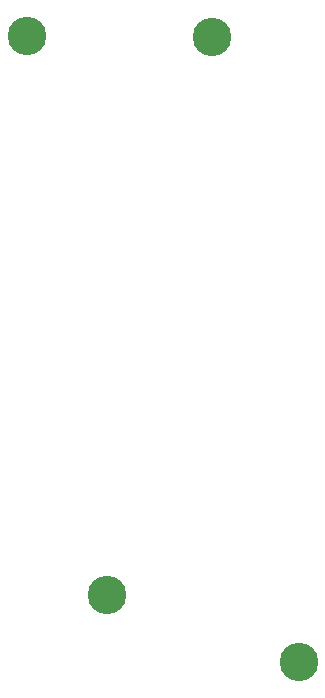
<source format=gbr>
G04 Layer_Color=0*
%FSLAX45Y45*%
%MOMM*%
%TF.FileFunction,NonPlated,1,2,NPTH,Drill*%
%TF.Part,Single*%
G01*
G75*
%TA.AperFunction,OtherDrill,Pad Free-0 (4mm,57mm)*%
%ADD40C,3.25999*%
%TA.AperFunction,OtherDrill,Pad Free-0 (27mm,4mm)*%
%ADD41C,3.25999*%
%TA.AperFunction,OtherDrill,Pad Free-0 (19.7mm,56.9mm)*%
%ADD42C,3.25999*%
%TA.AperFunction,OtherDrill,Pad Free-0 (10.8mm,9.7mm)*%
%ADD43C,3.25999*%
D40*
X400002Y5699999D02*
D03*
D41*
X2699998Y399999D02*
D03*
D42*
X1970002Y5690001D02*
D03*
D43*
X1080001Y970001D02*
D03*
%TF.MD5,abf293405df9660574ea3df443783748*%
M02*

</source>
